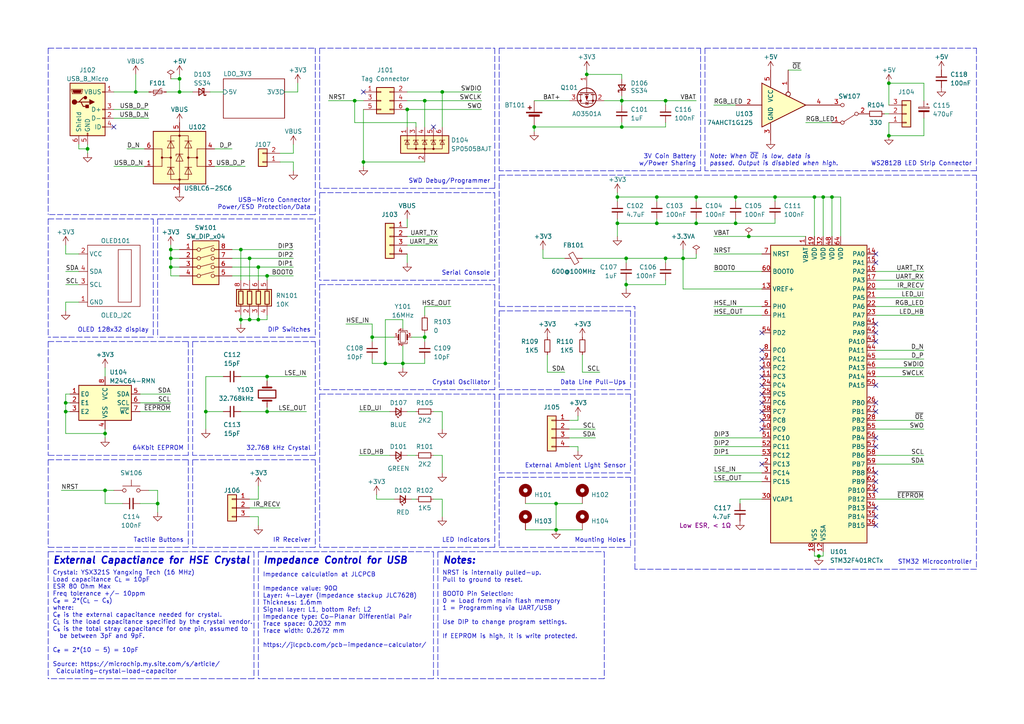
<source format=kicad_sch>
(kicad_sch (version 20230121) (generator eeschema)
  (paper "A4")
  (title_block (title "Seven Segment Display Controller") (date "2023-05-15") (rev "A") (company "Butler's Lab") (comment 1 "Design By: Joshua Butler, MD, MHI"))
  (junction (at 72.39 74.93))
  (junction (at 180.34 36.83))
  (junction (at 30.48 125.73))
  (junction (at 19.05 116.84))
  (junction (at 241.3 57.15))
  (junction (at 118.11 31.75))
  (junction (at 161.29 153.67))
  (junction (at 257.81 24.13))
  (junction (at 236.22 57.15))
  (junction (at 39.37 26.67))
  (junction (at 30.48 142.24))
  (junction (at 45.72 146.05))
  (junction (at 59.69 119.38))
  (junction (at 123.19 97.79))
  (junction (at 190.5 64.77))
  (junction (at 193.04 29.21))
  (junction (at 201.93 57.15))
  (junction (at 77.47 80.01))
  (junction (at 102.87 29.21))
  (junction (at 213.36 64.77))
  (junction (at 19.05 119.38))
  (junction (at 154.94 36.83))
  (junction (at 123.19 29.21))
  (junction (at 180.34 29.21))
  (junction (at 257.81 39.37))
  (junction (at 111.76 105.41))
  (junction (at 161.29 146.05))
  (junction (at 49.53 77.47))
  (junction (at 77.47 109.22))
  (junction (at 69.85 92.71))
  (junction (at 217.17 68.58))
  (junction (at 52.07 22.86))
  (junction (at 179.07 57.15))
  (junction (at 193.04 74.93))
  (junction (at 74.93 77.47))
  (junction (at 181.61 74.93))
  (junction (at 74.93 92.71))
  (junction (at 72.39 92.71))
  (junction (at 198.12 74.93))
  (junction (at 181.61 82.55))
  (junction (at 190.5 57.15))
  (junction (at 213.36 57.15))
  (junction (at 224.79 57.15))
  (junction (at 49.53 74.93))
  (junction (at 52.07 26.67))
  (junction (at 170.18 21.59))
  (junction (at 25.4 43.18))
  (junction (at 179.07 64.77))
  (junction (at 201.93 64.77))
  (junction (at 69.85 72.39))
  (junction (at 238.76 57.15))
  (junction (at 49.53 72.39))
  (junction (at 128.27 26.67))
  (junction (at 77.47 119.38))
  (junction (at 237.49 161.29))
  (junction (at 105.41 46.99))
  (junction (at 116.84 105.41))
  (junction (at 107.95 97.79))
  (no_connect (at 254 137.16))
  (no_connect (at 254 147.32))
  (no_connect (at 220.98 109.22))
  (no_connect (at 254 127))
  (no_connect (at 220.98 106.68))
  (no_connect (at 254 111.76))
  (no_connect (at 33.02 36.83))
  (no_connect (at 220.98 96.52))
  (no_connect (at 254 149.86))
  (no_connect (at 254 76.2))
  (no_connect (at 220.98 111.76))
  (no_connect (at 220.98 101.6))
  (no_connect (at 254 142.24))
  (no_connect (at 125.73 36.83))
  (no_connect (at 254 99.06))
  (no_connect (at 220.98 116.84))
  (no_connect (at 220.98 119.38))
  (no_connect (at 220.98 114.3))
  (no_connect (at 254 152.4))
  (no_connect (at 220.98 121.92))
  (no_connect (at 254 93.98))
  (no_connect (at 105.41 26.67))
  (no_connect (at 220.98 104.14))
  (no_connect (at 254 73.66))
  (no_connect (at 254 96.52))
  (no_connect (at 254 129.54))
  (no_connect (at 220.98 134.62))
  (no_connect (at 254 119.38))
  (no_connect (at 254 139.7))
  (no_connect (at 254 116.84))
  (no_connect (at 220.98 124.46))
  (wire (pts (xy 19.05 125.73) (xy 30.48 125.73)))
  (wire (pts (xy 72.39 149.86) (xy 74.93 149.86)))
  (wire (pts (xy 257.81 24.13) (xy 257.81 30.48)))
  (wire (pts (xy 77.47 80.01) (xy 77.47 81.28)))
  (polyline (pts (xy 175.26 196.85) (xy 127 196.85)) (stroke (width 0) (type dash)))
  (wire (pts (xy 77.47 109.22) (xy 77.47 110.49)))
  (wire (pts (xy 193.04 82.55) (xy 181.61 82.55)))
  (wire (pts (xy 116.84 100.33) (xy 116.84 105.41)))
  (wire (pts (xy 35.56 146.05) (xy 30.48 146.05)))
  (wire (pts (xy 181.61 74.93) (xy 168.91 74.93)))
  (wire (pts (xy 257.81 35.56) (xy 257.81 39.37)))
  (wire (pts (xy 109.22 144.78) (xy 109.22 143.51)))
  (wire (pts (xy 180.34 21.59) (xy 170.18 21.59)))
  (wire (pts (xy 69.85 109.22) (xy 77.47 109.22)))
  (wire (pts (xy 175.26 29.21) (xy 180.34 29.21)))
  (polyline (pts (xy 144.78 13.97) (xy 203.2 13.97)) (stroke (width 0) (type dash)))
  (wire (pts (xy 116.84 92.71) (xy 111.76 92.71)))
  (polyline (pts (xy 44.45 97.79) (xy 13.97 97.79)) (stroke (width 0) (type dash)))
  (polyline (pts (xy 144.78 138.43) (xy 182.88 138.43)) (stroke (width 0) (type dash)))
  (polyline (pts (xy 127 160.02) (xy 127 196.85)) (stroke (width 0) (type dash)))
  (wire (pts (xy 40.64 116.84) (xy 49.53 116.84)))
  (wire (pts (xy 118.11 73.66) (xy 118.11 76.2)))
  (wire (pts (xy 116.84 95.25) (xy 116.84 92.71)))
  (wire (pts (xy 49.53 71.12) (xy 49.53 72.39)))
  (wire (pts (xy 19.05 87.63) (xy 19.05 90.17)))
  (wire (pts (xy 128.27 149.86) (xy 128.27 144.78)))
  (wire (pts (xy 52.07 22.86) (xy 52.07 26.67)))
  (wire (pts (xy 201.93 74.93) (xy 198.12 74.93)))
  (wire (pts (xy 267.97 24.13) (xy 257.81 24.13)))
  (wire (pts (xy 105.41 46.99) (xy 123.19 46.99)))
  (wire (pts (xy 179.07 58.42) (xy 179.07 57.15)))
  (wire (pts (xy 190.5 57.15) (xy 190.5 58.42)))
  (wire (pts (xy 107.95 105.41) (xy 111.76 105.41)))
  (polyline (pts (xy 144.78 114.3) (xy 144.78 137.16)) (stroke (width 0) (type dash)))
  (polyline (pts (xy 91.44 158.75) (xy 55.88 158.75)) (stroke (width 0) (type dash)))
  (wire (pts (xy 181.61 81.28) (xy 181.61 82.55)))
  (wire (pts (xy 207.01 30.48) (xy 213.36 30.48)))
  (wire (pts (xy 254 104.14) (xy 267.97 104.14)))
  (polyline (pts (xy 74.93 160.02) (xy 125.73 160.02)) (stroke (width 0) (type dash)))
  (wire (pts (xy 118.11 71.12) (xy 127 71.12)))
  (polyline (pts (xy 91.44 99.06) (xy 91.44 132.08)) (stroke (width 0) (type dash)))
  (wire (pts (xy 254 78.74) (xy 267.97 78.74)))
  (wire (pts (xy 224.79 63.5) (xy 224.79 64.77)))
  (polyline (pts (xy 144.78 138.43) (xy 144.78 158.75)) (stroke (width 0) (type dash)))
  (wire (pts (xy 179.07 55.88) (xy 179.07 57.15)))
  (wire (pts (xy 213.36 64.77) (xy 213.36 63.5)))
  (wire (pts (xy 30.48 125.73) (xy 30.48 124.46)))
  (wire (pts (xy 207.01 88.9) (xy 220.98 88.9)))
  (wire (pts (xy 72.39 91.44) (xy 72.39 92.71)))
  (wire (pts (xy 19.05 119.38) (xy 20.32 119.38)))
  (wire (pts (xy 236.22 160.02) (xy 236.22 161.29)))
  (wire (pts (xy 158.75 102.87) (xy 158.75 107.95)))
  (wire (pts (xy 207.01 129.54) (xy 220.98 129.54)))
  (wire (pts (xy 128.27 119.38) (xy 125.73 119.38)))
  (wire (pts (xy 267.97 39.37) (xy 257.81 39.37)))
  (polyline (pts (xy 13.97 133.35) (xy 13.97 158.75)) (stroke (width 0) (type dash)))
  (polyline (pts (xy 204.47 13.97) (xy 204.47 49.53)) (stroke (width 0) (type dash)))
  (polyline (pts (xy 182.88 138.43) (xy 182.88 158.75)) (stroke (width 0) (type dash)))
  (wire (pts (xy 123.19 88.9) (xy 123.19 91.44)))
  (polyline (pts (xy 13.97 13.97) (xy 91.44 13.97)) (stroke (width 0) (type dash)))
  (polyline (pts (xy 92.71 82.55) (xy 92.71 113.03)) (stroke (width 0) (type dash)))
  (polyline (pts (xy 283.21 165.1) (xy 184.15 165.1)) (stroke (width 0) (type dash)))
  (wire (pts (xy 69.85 91.44) (xy 69.85 92.71)))
  (polyline (pts (xy 92.71 114.3) (xy 92.71 158.75)) (stroke (width 0) (type dash)))
  (wire (pts (xy 107.95 105.41) (xy 107.95 104.14)))
  (wire (pts (xy 118.11 63.5) (xy 118.11 66.04)))
  (wire (pts (xy 238.76 57.15) (xy 241.3 57.15)))
  (wire (pts (xy 236.22 57.15) (xy 236.22 68.58)))
  (polyline (pts (xy 74.93 160.02) (xy 74.93 196.85)) (stroke (width 0) (type dash)))
  (wire (pts (xy 17.78 142.24) (xy 30.48 142.24)))
  (wire (pts (xy 193.04 29.21) (xy 201.93 29.21)))
  (wire (pts (xy 213.36 57.15) (xy 213.36 58.42)))
  (wire (pts (xy 102.87 35.56) (xy 120.65 35.56)))
  (polyline (pts (xy 54.61 158.75) (xy 13.97 158.75)) (stroke (width 0) (type dash)))
  (wire (pts (xy 49.53 72.39) (xy 49.53 74.93)))
  (wire (pts (xy 267.97 34.29) (xy 267.97 39.37)))
  (polyline (pts (xy 13.97 13.97) (xy 13.97 62.23)) (stroke (width 0) (type dash)))
  (wire (pts (xy 158.75 107.95) (xy 163.83 107.95)))
  (wire (pts (xy 77.47 118.11) (xy 77.47 119.38)))
  (polyline (pts (xy 55.88 99.06) (xy 55.88 132.08)) (stroke (width 0) (type dash)))
  (wire (pts (xy 254 91.44) (xy 267.97 91.44)))
  (wire (pts (xy 72.39 74.93) (xy 85.09 74.93)))
  (polyline (pts (xy 13.97 160.02) (xy 73.66 160.02)) (stroke (width 0) (type dash)))
  (wire (pts (xy 201.93 57.15) (xy 201.93 58.42)))
  (polyline (pts (xy 125.73 160.02) (xy 125.73 196.85)) (stroke (width 0) (type dash)))
  (wire (pts (xy 180.34 36.83) (xy 180.34 35.56)))
  (wire (pts (xy 59.69 119.38) (xy 59.69 124.46)))
  (wire (pts (xy 52.07 26.67) (xy 55.88 26.67)))
  (polyline (pts (xy 92.71 114.3) (xy 143.51 114.3)) (stroke (width 0) (type dash)))
  (polyline (pts (xy 182.88 113.03) (xy 144.78 113.03)) (stroke (width 0) (type dash)))
  (wire (pts (xy 128.27 144.78) (xy 125.73 144.78)))
  (wire (pts (xy 104.14 132.08) (xy 113.03 132.08)))
  (polyline (pts (xy 143.51 113.03) (xy 92.71 113.03)) (stroke (width 0) (type dash)))
  (wire (pts (xy 238.76 161.29) (xy 237.49 161.29)))
  (wire (pts (xy 64.77 109.22) (xy 59.69 109.22)))
  (wire (pts (xy 267.97 124.46) (xy 254 124.46)))
  (wire (pts (xy 100.33 93.98) (xy 107.95 93.98)))
  (wire (pts (xy 74.93 77.47) (xy 85.09 77.47)))
  (wire (pts (xy 123.19 105.41) (xy 123.19 104.14)))
  (wire (pts (xy 30.48 106.68) (xy 30.48 109.22)))
  (wire (pts (xy 48.26 26.67) (xy 52.07 26.67)))
  (polyline (pts (xy 144.78 13.97) (xy 144.78 49.53)) (stroke (width 0) (type dash)))
  (wire (pts (xy 33.02 31.75) (xy 43.18 31.75)))
  (wire (pts (xy 49.53 74.93) (xy 49.53 77.47)))
  (polyline (pts (xy 182.88 137.16) (xy 144.78 137.16)) (stroke (width 0) (type dash)))
  (wire (pts (xy 120.65 35.56) (xy 120.65 36.83)))
  (wire (pts (xy 72.39 74.93) (xy 72.39 81.28)))
  (wire (pts (xy 267.97 83.82) (xy 254 83.82)))
  (polyline (pts (xy 144.78 50.8) (xy 283.21 50.8)) (stroke (width 0) (type dash)))
  (polyline (pts (xy 184.15 165.1) (xy 184.15 88.9)) (stroke (width 0) (type dash)))
  (wire (pts (xy 86.36 26.67) (xy 82.55 26.67)))
  (wire (pts (xy 118.11 26.67) (xy 128.27 26.67)))
  (wire (pts (xy 95.25 29.21) (xy 102.87 29.21)))
  (wire (pts (xy 165.1 129.54) (xy 167.64 129.54)))
  (wire (pts (xy 179.07 57.15) (xy 190.5 57.15)))
  (polyline (pts (xy 13.97 99.06) (xy 13.97 132.08)) (stroke (width 0) (type dash)))
  (wire (pts (xy 45.72 146.05) (xy 45.72 148.59)))
  (polyline (pts (xy 125.73 196.85) (xy 74.93 196.85)) (stroke (width 0) (type dash)))
  (wire (pts (xy 193.04 29.21) (xy 193.04 30.48)))
  (wire (pts (xy 81.28 46.99) (xy 85.09 46.99)))
  (polyline (pts (xy 182.88 114.3) (xy 182.88 137.16)) (stroke (width 0) (type dash)))
  (wire (pts (xy 39.37 26.67) (xy 43.18 26.67)))
  (wire (pts (xy 36.83 43.18) (xy 41.91 43.18)))
  (wire (pts (xy 33.02 34.29) (xy 43.18 34.29)))
  (wire (pts (xy 180.34 29.21) (xy 180.34 30.48)))
  (wire (pts (xy 118.11 31.75) (xy 118.11 36.83)))
  (wire (pts (xy 19.05 116.84) (xy 20.32 116.84)))
  (wire (pts (xy 40.64 119.38) (xy 49.53 119.38)))
  (wire (pts (xy 254 86.36) (xy 267.97 86.36)))
  (wire (pts (xy 49.53 77.47) (xy 52.07 77.47)))
  (wire (pts (xy 180.34 27.94) (xy 180.34 29.21)))
  (wire (pts (xy 45.72 142.24) (xy 45.72 146.05)))
  (wire (pts (xy 154.94 36.83) (xy 154.94 38.1)))
  (wire (pts (xy 180.34 22.86) (xy 180.34 21.59)))
  (wire (pts (xy 69.85 72.39) (xy 69.85 81.28)))
  (polyline (pts (xy 143.51 54.61) (xy 92.71 54.61)) (stroke (width 0) (type dash)))
  (wire (pts (xy 62.23 43.18) (xy 67.31 43.18)))
  (wire (pts (xy 161.29 153.67) (xy 168.91 153.67)))
  (polyline (pts (xy 54.61 132.08) (xy 13.97 132.08)) (stroke (width 0) (type dash)))
  (wire (pts (xy 152.4 153.67) (xy 161.29 153.67)))
  (wire (pts (xy 107.95 97.79) (xy 114.3 97.79)))
  (wire (pts (xy 123.19 99.06) (xy 123.19 97.79)))
  (wire (pts (xy 224.79 57.15) (xy 236.22 57.15)))
  (wire (pts (xy 190.5 64.77) (xy 201.93 64.77)))
  (wire (pts (xy 193.04 35.56) (xy 193.04 36.83)))
  (polyline (pts (xy 91.44 132.08) (xy 55.88 132.08)) (stroke (width 0) (type dash)))
  (wire (pts (xy 123.19 88.9) (xy 130.81 88.9)))
  (wire (pts (xy 179.07 68.58) (xy 179.07 64.77)))
  (polyline (pts (xy 143.51 114.3) (xy 143.51 158.75)) (stroke (width 0) (type dash)))
  (wire (pts (xy 214.63 144.78) (xy 214.63 146.05)))
  (polyline (pts (xy 144.78 90.17) (xy 144.78 113.03)) (stroke (width 0) (type dash)))
  (wire (pts (xy 190.5 63.5) (xy 190.5 64.77)))
  (wire (pts (xy 193.04 76.2) (xy 193.04 74.93)))
  (wire (pts (xy 180.34 29.21) (xy 193.04 29.21)))
  (wire (pts (xy 254 106.68) (xy 267.97 106.68)))
  (wire (pts (xy 254 88.9) (xy 267.97 88.9)))
  (polyline (pts (xy 91.44 62.23) (xy 13.97 62.23)) (stroke (width 0) (type dash)))
  (wire (pts (xy 257.81 33.02) (xy 256.54 33.02)))
  (wire (pts (xy 238.76 160.02) (xy 238.76 161.29)))
  (wire (pts (xy 49.53 77.47) (xy 49.53 80.01)))
  (wire (pts (xy 49.53 72.39) (xy 52.07 72.39)))
  (wire (pts (xy 201.93 64.77) (xy 213.36 64.77)))
  (polyline (pts (xy 203.2 13.97) (xy 203.2 49.53)) (stroke (width 0) (type dash)))
  (polyline (pts (xy 55.88 99.06) (xy 91.44 99.06)) (stroke (width 0) (type dash)))
  (polyline (pts (xy 73.66 196.85) (xy 13.97 196.85)) (stroke (width 0) (type dash)))
  (wire (pts (xy 161.29 146.05) (xy 161.29 153.67)))
  (wire (pts (xy 67.31 80.01) (xy 77.47 80.01)))
  (wire (pts (xy 236.22 57.15) (xy 238.76 57.15)))
  (wire (pts (xy 30.48 142.24) (xy 33.02 142.24)))
  (wire (pts (xy 39.37 21.59) (xy 39.37 26.67)))
  (wire (pts (xy 193.04 36.83) (xy 180.34 36.83)))
  (wire (pts (xy 19.05 82.55) (xy 22.86 82.55)))
  (wire (pts (xy 233.68 35.56) (xy 241.3 35.56)))
  (wire (pts (xy 267.97 29.21) (xy 267.97 24.13)))
  (wire (pts (xy 179.07 64.77) (xy 190.5 64.77)))
  (wire (pts (xy 74.93 91.44) (xy 74.93 92.71)))
  (wire (pts (xy 243.84 57.15) (xy 241.3 57.15)))
  (polyline (pts (xy 182.88 90.17) (xy 182.88 113.03)) (stroke (width 0) (type dash)))
  (wire (pts (xy 116.84 106.68) (xy 116.84 105.41)))
  (wire (pts (xy 59.69 119.38) (xy 64.77 119.38)))
  (wire (pts (xy 207.01 78.74) (xy 220.98 78.74)))
  (wire (pts (xy 167.64 121.92) (xy 167.64 120.65)))
  (wire (pts (xy 85.09 44.45) (xy 85.09 41.91)))
  (wire (pts (xy 19.05 119.38) (xy 19.05 125.73)))
  (wire (pts (xy 267.97 144.78) (xy 254 144.78)))
  (wire (pts (xy 165.1 127) (xy 172.72 127)))
  (wire (pts (xy 22.86 87.63) (xy 19.05 87.63)))
  (polyline (pts (xy 91.44 97.79) (xy 45.72 97.79)) (stroke (width 0) (type dash)))
  (polyline (pts (xy 73.66 160.02) (xy 73.66 196.85)) (stroke (width 0) (type dash)))
  (polyline (pts (xy 127 160.02) (xy 175.26 160.02)) (stroke (width 0) (type dash)))
  (wire (pts (xy 168.91 107.95) (xy 173.99 107.95)))
  (wire (pts (xy 165.1 121.92) (xy 167.64 121.92)))
  (wire (pts (xy 254 134.62) (xy 267.97 134.62)))
  (wire (pts (xy 59.69 109.22) (xy 59.69 119.38)))
  (wire (pts (xy 243.84 68.58) (xy 243.84 57.15)))
  (wire (pts (xy 72.39 144.78) (xy 74.93 144.78)))
  (wire (pts (xy 52.07 21.59) (xy 52.07 22.86)))
  (wire (pts (xy 128.27 26.67) (xy 139.7 26.67)))
  (wire (pts (xy 77.47 92.71) (xy 74.93 92.71)))
  (wire (pts (xy 74.93 144.78) (xy 74.93 140.97)))
  (wire (pts (xy 118.11 68.58) (xy 127 68.58)))
  (wire (pts (xy 40.64 146.05) (xy 45.72 146.05)))
  (wire (pts (xy 25.4 41.91) (xy 25.4 43.18)))
  (polyline (pts (xy 283.21 49.53) (xy 204.47 49.53)) (stroke (width 0) (type dash)))
  (wire (pts (xy 190.5 57.15) (xy 201.93 57.15)))
  (wire (pts (xy 267.97 121.92) (xy 254 121.92)))
  (wire (pts (xy 254 101.6) (xy 267.97 101.6)))
  (wire (pts (xy 236.22 161.29) (xy 237.49 161.29)))
  (polyline (pts (xy 13.97 133.35) (xy 54.61 133.35)) (stroke (width 0) (type dash)))
  (wire (pts (xy 224.79 64.77) (xy 213.36 64.77)))
  (wire (pts (xy 119.38 97.79) (xy 123.19 97.79)))
  (wire (pts (xy 85.09 46.99) (xy 85.09 49.53)))
  (polyline (pts (xy 144.78 114.3) (xy 182.88 114.3)) (stroke (width 0) (type dash)))
  (wire (pts (xy 128.27 124.46) (xy 128.27 119.38)))
  (polyline (pts (xy 54.61 133.35) (xy 54.61 158.75)) (stroke (width 0) (type dash)))
  (wire (pts (xy 118.11 132.08) (xy 120.65 132.08)))
  (wire (pts (xy 22.86 41.91) (xy 22.86 43.18)))
  (wire (pts (xy 33.02 48.26) (xy 41.91 48.26)))
  (wire (pts (xy 19.05 73.66) (xy 19.05 71.12)))
  (wire (pts (xy 165.1 124.46) (xy 172.72 124.46)))
  (wire (pts (xy 30.48 125.73) (xy 30.48 127)))
  (wire (pts (xy 123.19 96.52) (xy 123.19 97.79)))
  (wire (pts (xy 118.11 119.38) (xy 120.65 119.38)))
  (wire (pts (xy 238.76 57.15) (xy 238.76 68.58)))
  (wire (pts (xy 201.93 57.15) (xy 213.36 57.15)))
  (wire (pts (xy 254 109.22) (xy 267.97 109.22)))
  (polyline (pts (xy 13.97 160.02) (xy 13.97 196.85)) (stroke (width 0) (type dash)))
  (polyline (pts (xy 143.51 81.28) (xy 92.71 81.28)) (stroke (width 0) (type dash)))
  (wire (pts (xy 241.3 57.15) (xy 241.3 68.58)))
  (polyline (pts (xy 92.71 13.97) (xy 143.51 13.97)) (stroke (width 0) (type dash)))
  (wire (pts (xy 40.64 114.3) (xy 49.53 114.3)))
  (wire (pts (xy 118.11 29.21) (xy 123.19 29.21)))
  (polyline (pts (xy 143.51 158.75) (xy 92.71 158.75)) (stroke (width 0) (type dash)))
  (polyline (pts (xy 44.45 63.5) (xy 44.45 97.79)) (stroke (width 0) (type dash)))
  (wire (pts (xy 74.93 92.71) (xy 72.39 92.71)))
  (polyline (pts (xy 45.72 63.5) (xy 45.72 97.79)) (stroke (width 0) (type dash)))
  (polyline (pts (xy 182.88 158.75) (xy 144.78 158.75)) (stroke (width 0) (type dash)))
  (wire (pts (xy 69.85 72.39) (xy 85.09 72.39)))
  (wire (pts (xy 72.39 147.32) (xy 81.28 147.32)))
  (wire (pts (xy 207.01 68.58) (xy 217.17 68.58)))
  (wire (pts (xy 22.86 73.66) (xy 19.05 73.66)))
  (wire (pts (xy 207.01 137.16) (xy 220.98 137.16)))
  (wire (pts (xy 220.98 144.78) (xy 214.63 144.78)))
  (wire (pts (xy 157.48 74.93) (xy 163.83 74.93)))
  (wire (pts (xy 77.47 91.44) (xy 77.47 92.71)))
  (wire (pts (xy 118.11 31.75) (xy 139.7 31.75)))
  (wire (pts (xy 207.01 127) (xy 220.98 127)))
  (wire (pts (xy 81.28 44.45) (xy 85.09 44.45)))
  (polyline (pts (xy 91.44 133.35) (xy 91.44 158.75)) (stroke (width 0) (type dash)))
  (polyline (pts (xy 283.21 13.97) (xy 283.21 49.53)) (stroke (width 0) (type dash)))
  (wire (pts (xy 207.01 91.44) (xy 220.98 91.44)))
  (wire (pts (xy 67.31 77.47) (xy 74.93 77.47)))
  (polyline (pts (xy 143.51 82.55) (xy 143.51 113.03)) (stroke (width 0) (type dash)))
  (wire (pts (xy 74.93 149.86) (xy 74.93 152.4)))
  (wire (pts (xy 60.96 26.67) (xy 64.77 26.67)))
  (wire (pts (xy 69.85 93.98) (xy 69.85 92.71)))
  (wire (pts (xy 213.36 57.15) (xy 224.79 57.15)))
  (wire (pts (xy 128.27 26.67) (xy 128.27 36.83)))
  (polyline (pts (xy 144.78 90.17) (xy 182.88 90.17)) (stroke (width 0) (type dash)))
  (wire (pts (xy 198.12 83.82) (xy 198.12 74.93)))
  (wire (pts (xy 19.05 114.3) (xy 19.05 116.84)))
  (wire (pts (xy 25.4 43.18) (xy 25.4 44.45)))
  (wire (pts (xy 128.27 137.16) (xy 128.27 132.08)))
  (wire (pts (xy 123.19 29.21) (xy 139.7 29.21)))
  (polyline (pts (xy 55.88 133.35) (xy 91.44 133.35)) (stroke (width 0) (type dash)))
  (polyline (pts (xy 144.78 50.8) (xy 144.78 88.9)) (stroke (width 0) (type dash)))
  (wire (pts (xy 77.47 80.01) (xy 85.09 80.01)))
  (wire (pts (xy 86.36 24.13) (xy 86.36 26.67)))
  (wire (pts (xy 19.05 78.74) (xy 22.86 78.74)))
  (polyline (pts (xy 54.61 99.06) (xy 54.61 132.08)) (stroke (width 0) (type dash)))
  (wire (pts (xy 119.38 144.78) (xy 120.65 144.78)))
  (polyline (pts (xy 175.26 160.02) (xy 175.26 196.85)) (stroke (width 0) (type dash)))
  (wire (pts (xy 198.12 72.39) (xy 198.12 74.93)))
  (wire (pts (xy 107.95 93.98) (xy 107.95 97.79)))
  (polyline (pts (xy 45.72 63.5) (xy 91.44 63.5)) (stroke (width 0) (type dash)))
  (wire (pts (xy 181.61 76.2) (xy 181.61 74.93)))
  (polyline (pts (xy 283.21 50.8) (xy 283.21 165.1)) (stroke (width 0) (type dash)))
  (wire (pts (xy 19.05 116.84) (xy 19.05 119.38)))
  (wire (pts (xy 193.04 81.28) (xy 193.04 82.55)))
  (wire (pts (xy 167.64 129.54) (xy 167.64 130.81)))
  (wire (pts (xy 152.4 146.05) (xy 161.29 146.05)))
  (polyline (pts (xy 92.71 55.88) (xy 92.71 81.28)) (stroke (width 0) (type dash)))
  (wire (pts (xy 43.18 142.24) (xy 45.72 142.24)))
  (wire (pts (xy 220.98 83.82) (xy 198.12 83.82)))
  (wire (pts (xy 74.93 77.47) (xy 74.93 81.28)))
  (wire (pts (xy 49.53 22.86) (xy 52.07 22.86)))
  (wire (pts (xy 254 132.08) (xy 267.97 132.08)))
  (wire (pts (xy 154.94 36.83) (xy 180.34 36.83)))
  (polyline (pts (xy 92.71 55.88) (xy 143.51 55.88)) (stroke (width 0) (type dash)))
  (wire (pts (xy 72.39 92.71) (xy 69.85 92.71)))
  (wire (pts (xy 109.22 144.78) (xy 114.3 144.78)))
  (wire (pts (xy 154.94 29.21) (xy 165.1 29.21)))
  (wire (pts (xy 217.17 68.58) (xy 233.68 68.58)))
  (polyline (pts (xy 143.51 55.88) (xy 143.51 81.28)) (stroke (width 0) (type dash)))
  (wire (pts (xy 207.01 132.08) (xy 220.98 132.08)))
  (wire (pts (xy 170.18 20.32) (xy 170.18 21.59)))
  (polyline (pts (xy 55.88 133.35) (xy 55.88 158.75)) (stroke (width 0) (type dash)))
  (polyline (pts (xy 203.2 49.53) (xy 144.78 49.53)) (stroke (width 0) (type dash)))
  (wire (pts (xy 201.93 74.93) (xy 201.93 73.66)))
  (wire (pts (xy 157.48 72.39) (xy 157.48 74.93)))
  (wire (pts (xy 69.85 119.38) (xy 77.47 119.38)))
  (wire (pts (xy 102.87 35.56) (xy 102.87 29.21)))
  (wire (pts (xy 22.86 43.18) (xy 25.4 43.18)))
  (polyline (pts (xy 91.44 13.97) (xy 91.44 62.23)) (stroke (width 0) (type dash)))
  (wire (pts (xy 179.07 63.5) (xy 179.07 64.77)))
  (wire (pts (xy 111.76 105.41) (xy 116.84 105.41)))
  (wire (pts (xy 207.01 139.7) (xy 220.98 139.7)))
  (wire (pts (xy 33.02 26.67) (xy 39.37 26.67)))
  (polyline (pts (xy 92.71 82.55) (xy 143.51 82.55)) (stroke (width 0) (type dash)))
  (polyline (pts (xy 143.51 13.97) (xy 143.51 54.61)) (stroke (width 0) (type dash)))
  (wire (pts (xy 104.14 119.38) (xy 113.03 119.38)))
  (wire (pts (xy 168.91 102.87) (xy 168.91 107.95)))
  (wire (pts (xy 67.31 72.39) (xy 69.85 72.39)))
  (wire (pts (xy 77.47 109.22) (xy 88.9 109.22)))
  (polyline (pts (xy 13.97 63.5) (xy 44.45 63.5)) (stroke (width 0) (type dash)))
  (wire (pts (xy 201.93 64.77) (xy 201.93 63.5)))
  (polyline (pts (xy 204.47 13.97) (xy 283.21 13.97)) (stroke (width 0) (type dash)))
  (wire (pts (xy 128.27 132.08) (xy 125.73 132.08)))
  (polyline (pts (xy 13.97 63.5) (xy 13.97 97.79)) (stroke (width 0) (type dash)))
  (polyline (pts (xy 13.97 99.06) (xy 54.61 99.06)) (stroke (width 0) (type dash)))
  (wire (pts (xy 254 81.28) (xy 267.97 81.28)))
  (wire (pts (xy 193.04 74.93) (xy 181.61 74.93)))
  (wire (pts (xy 77.47 119.38) (xy 88.9 119.38)))
  (wire (pts (xy 181.61 82.55) (xy 181.61 83.82)))
  (wire (pts (xy 105.41 31.75) (xy 105.41 46.99)))
  (wire (pts (xy 116.84 105.41) (xy 123.19 105.41)))
  (wire (pts (xy 123.19 29.21) (xy 123.19 36.83)))
  (wire (pts (xy 105.41 46.99) (xy 105.41 48.26)))
  (wire (pts (xy 107.95 99.06) (xy 107.95 97.79)))
  (wire (pts (xy 161.29 146.05) (xy 168.91 146.05)))
  (wire (pts (xy 49.53 74.93) (xy 52.07 74.93)))
  (polyline (pts (xy 91.44 63.5) (xy 91.44 97.79)) (stroke (width 0) (type dash)))
  (wire (pts (xy 111.76 92.71) (xy 111.76 105.41)))
  (wire (pts (xy 67.31 74.93) (xy 72.39 74.93)))
  (wire (pts (xy 198.12 74.93) (xy 193.04 74.93)))
  (wire (pts (xy 228.6 20.32) (xy 232.41 20.32)))
  (wire (pts (xy 102.87 29.21) (xy 105.41 29.21)))
  (wire (pts (xy 19.05 114.3) (xy 20.32 114.3)))
  (wire (pts (xy 30.48 146.05) (xy 30.48 142.24)))
  (wire (pts (xy 71.12 48.26) (xy 62.23 48.26)))
  (polyline (pts (xy 92.71 13.97) (xy 92.71 54.61)) (stroke (width 0) (type dash)))
  (wire (pts (xy 49.53 80.01) (xy 52.07 80.01)))
  (wire (pts (xy 207.01 73.66) (xy 220.98 73.66)))
  (wire (pts (xy 224.79 57.15) (xy 224.79 58.42)))
  (polyline (pts (xy 144.78 88.9) (xy 184.15 88.9)) (stroke (width 0) (type dash)))
  (text "64Kbit EEPROM" (at 53.34 130.81 0) (effects (font (size 1.27 1.27)) (justify right bottom)))
  (text "32.768 kHz Crystal" (at 90.17 130.81 0) (effects (font (size 1.27 1.27)) (justify right bottom)))
  (text "Impedance Control for USB" (at 76.2 163.83 0) (effects (font (size 2 2) (thickness 0.4) bold italic) (justify left bottom)))
  (text "STM32 Microcontroller" (at 281.94 163.83 0) (effects (font (size 1.27 1.27)) (justify right bottom)))
  (text "3V Coin Battery\nw/Power Sharing" (at 201.93 48.26 0) (effects (font (size 1.27 1.27)) (justify right bottom)))
  (text "External Capactiance for HSE Crystal" (at 15.24 163.83 0) (effects (font (size 2 2) (thickness 0.4) bold italic) (justify left bottom)))
  (text "SWD Debug/Programmer" (at 142.24 53.34 0) (effects (font (size 1.27 1.27)) (justify right bottom)))
  (text "NRST is internally pulled-up.\nPull to ground to reset.\n\nBOOT0 Pin Selection:\n0 = Load from main flash memory\n1 = Programming via UART/USB\n\nUse DIP to change program settings.\n\nIf EEPROM is high, it is write protected." (at 128.27 185.42 0) (effects (font (size 1.27 1.27)) (justify left bottom)))
  (text "External Ambient Light Sensor" (at 181.61 135.89 0) (effects (font (size 1.27 1.27)) (justify right bottom)))
  (text "Crystal Oscillator" (at 142.24 111.76 0) (effects (font (size 1.27 1.27)) (justify right bottom)))
  (text "USB-Micro Connector\nPower/ESD Protection/Data" (at 90.17 60.96 0) (effects (font (size 1.27 1.27)) (justify right bottom)))
  (text "Notes:" (at 128.27 163.83 0) (effects (font (size 2 2) (thickness 0.4) bold italic) (justify left bottom)))
  (text "Note: When ~{OE} is low, data is\npassed. Output is disabled when high." (at 205.74 48.26 0) (effects (font (size 1.27 1.27) italic) (justify left bottom)))
  (text "DIP Switches" (at 90.17 96.52 0) (effects (font (size 1.27 1.27)) (justify right bottom)))
  (text "IR Receiver" (at 90.17 157.48 0) (effects (font (size 1.27 1.27)) (justify right bottom)))
  (text "Mounting Holes" (at 181.61 157.48 0) (effects (font (size 1.27 1.27)) (justify right bottom)))
  (text "LED Indicators" (at 142.24 157.48 0) (effects (font (size 1.27 1.27)) (justify right bottom)))
  (text "OLED 128x32 display" (at 43.18 96.52 0) (effects (font (size 1.27 1.27)) (justify right bottom)))
  (text "WS2812B LED Strip Connector" (at 281.94 48.26 0) (effects (font (size 1.27 1.27)) (justify right bottom)))
  (text "Serial Console" (at 142.24 80.01 0) (effects (font (size 1.27 1.27)) (justify right bottom)))
  (text "Impedance calculation at JLCPCB\n\nImpedance value: 90Ω\nLayer: 4-Layer (Impedance stackup JLC7628)\nThickness: 1.6mm\nSignal layer: L1, bottom Ref: L2\nImpedance type: Co-Planar Differential Pair\nTrace space: 0.2032 mm\nTrace width: 0.2672 mm\n\nhttps://jlcpcb.com/pcb-impedance-calculator/" (at 76.2 187.96 0) (effects (font (size 1.27 1.27)) (justify left bottom)))
  (text "Data Line Pull-Ups" (at 181.61 111.76 0) (effects (font (size 1.27 1.27)) (justify right bottom)))
  (text "Tactile Buttons" (at 53.34 157.48 0) (effects (font (size 1.27 1.27)) (justify right bottom)))
  (text "Crystal: YSX321S Yangxing Tech (16 MHz)\nLoad capacitance C_{L} = 10pF\nESR 80 Ohm Max\nFreq tolerance +/- 10ppm\nC_{e} = 2*(C_{L} - C_{s})\nwhere:\nC_{e} is the external capacitance needed for crystal.\nC_{L} is the load capacitance specified by the crystal vendor.\nC_{s} is the total stray capacitance for one pin, assumed to\n  be between 3pF and 9pF.\n\nC_{e} = 2*(10 - 5) = 10pF\n\nSource: https://microchip.my.site.com/s/article/\n Calculating-crystal-load-capacitor" (at 15.24 195.58 0) (effects (font (size 1.27 1.27)) (justify left bottom)))
  (label "BOOT0" (at 207.01 78.74 0))
  (label "SWO" (at 267.97 124.46 180))
  (label "SWDIO" (at 139.7 26.67 180))
  (label "SCL" (at 19.05 82.55 0))
  (label "NRST" (at 17.78 142.24 0))
  (label "IR_RECV" (at 81.28 147.32 180))
  (label "SDA" (at 267.97 134.62 180))
  (label "DIP2" (at 85.09 74.93 180))
  (label "LSE_OUT" (at 88.9 119.38 180))
  (label "DIP1" (at 85.09 77.47 180))
  (label "DIP3" (at 85.09 72.39 180))
  (label "HSE_OUT" (at 130.81 88.9 180))
  (label "LSE_IN" (at 207.01 137.16 0))
  (label "USB_D_P" (at 43.18 31.75 180))
  (label "LSE_IN" (at 88.9 109.22 180))
  (label "~{EEPROM}" (at 267.97 144.78 180))
  (label "LSE_OUT" (at 207.01 139.7 0))
  (label "RGB_LED" (at 267.97 88.9 180))
  (label "USB_D_N" (at 33.02 48.26 0))
  (label "SWCLK" (at 267.97 109.22 180))
  (label "LED_UI" (at 104.14 119.38 0))
  (label "BAT+" (at 162.56 29.21 180))
  (label "HSE_IN" (at 100.33 93.98 0))
  (label "SCL" (at 267.97 132.08 180))
  (label "SCL" (at 173.99 107.95 180))
  (label "SDA" (at 49.53 114.3 180))
  (label "LED_HB" (at 104.14 132.08 0))
  (label "NRST" (at 207.01 73.66 0))
  (label "VBAT" (at 201.93 29.21 180))
  (label "DIP1" (at 207.01 132.08 0))
  (label "D_N" (at 36.83 43.18 0))
  (label "SWCLK" (at 139.7 29.21 180))
  (label "BOOT0" (at 85.09 80.01 180))
  (label "SDA" (at 172.72 127 180))
  (label "NRST" (at 95.25 29.21 0))
  (label "SDA" (at 19.05 78.74 0))
  (label "LED_HB" (at 267.97 91.44 180))
  (label "UART_TX" (at 267.97 78.74 180))
  (label "RGB_LED" (at 233.68 35.56 0))
  (label "IR_RECV" (at 267.97 83.82 180))
  (label "D_P" (at 67.31 43.18 180))
  (label "DIP3" (at 207.01 127 0))
  (label "~{EEPROM}" (at 49.53 119.38 180))
  (label "UART_TX" (at 127 68.58 180))
  (label "USB_D_N" (at 43.18 34.29 180))
  (label "USB_D_P" (at 71.12 48.26 180))
  (label "D_P" (at 267.97 104.14 180))
  (label "SWO" (at 139.7 31.75 180))
  (label "UART_RX" (at 127 71.12 180))
  (label "SDA" (at 163.83 107.95 180))
  (label "HSE_IN" (at 207.01 88.9 0))
  (label "~{OE}" (at 267.97 121.92 180))
  (label "SCL" (at 49.53 116.84 180))
  (label "SWDIO" (at 267.97 106.68 180))
  (label "SCL" (at 172.72 124.46 180))
  (label "~{OE}" (at 232.41 20.32 180))
  (label "UART_RX" (at 267.97 81.28 180))
  (label "DIP2" (at 207.01 129.54 0))
  (label "HSE_OUT" (at 207.01 91.44 0))
  (label "VBAT" (at 207.01 68.58 0))
  (label "LED_UI" (at 267.97 86.36 180))
  (label "D_N" (at 267.97 101.6 180))
  (label "RGB_LED" (at 207.01 30.48 0))
  (symbol (lib_id "power:+3V3") (at 49.53 71.12 0) (unit 1)
    (property "Reference" "#PWR0115" (effects hide))
    (property "Value" "+3V3" (at 49.53 67.31 0))
  )
  (symbol (lib_id "Connector:USB_B_Micro") (at 25.4 31.75 0) (unit 1)
    (property "Reference" "J102" (at 25.4 20.32 0))
    (property "Value" "USB_B_Micro" (at 25.4 22.86 0))
    (property "Footprint" "Connector_USB:USB_Micro-B_Molex-105017-0001" (effects hide))
    (property "LCSC" "C136000" (effects hide))
  )
  (symbol (lib_id "Switch:SW_DIP_x04") (at 59.69 77.47 0) (unit 1)
    (property "Reference" "SW101" (at 59.69 66.04 0))
    (property "Value" "SW_DIP_x04" (at 59.69 68.58 0))
    (property "Footprint" "User_Footprint:SMDIP-8_W6.6mm" (effects hide))
    (property "LCSC" "C40736" (effects hide))
  )
  (symbol (lib_id "power:GND") (at 237.49 161.29 0) (unit 1)
    (property "Reference" "#PWR0128" (effects hide))
    (property "Value" "GND" (effects hide))
  )
  (symbol (lib_id "power:GND") (at 105.41 48.26 0) (unit 1)
    (property "Reference" "#PWR0111" (effects hide))
    (property "Value" "GND" (effects hide))
  )
  (symbol (lib_id "Device:R_Small") (at 123.19 144.78 90) (unit 1)
    (property "Reference" "R102" (at 123.19 142.24 90))
    (property "Value" "1K5" (at 123.19 147.32 90))
    (property "Footprint" "Resistor_SMD:R_0603_1608Metric" (effects hide))
    (property "LCSC" "C22843" (effects hide))
  )
  (symbol (lib_id "Device:Crystal_GND24_Small") (at 116.84 97.79 0) (unit 1)
    (property "Reference" "Y101" (at 116.84 88.9 0))
    (property "Value" "16MHz" (at 116.84 91.44 0))
    (property "Footprint" "Crystal:Crystal_SMD_3225-4Pin_3.2x2.5mm" (effects hide))
    (property "Datasheet" "https://datasheet.lcsc.com/lcsc/2103291133_Yangxing-Tech-X322516MLB4SI_C13738.pdf" (effects hide))
    (property "LCSC" "C13738" (effects hide))
  )
  (symbol (lib_id "Device:R_Small") (at 158.75 100.33 0) (mirror x) (unit 1)
    (property "Reference" "R109" (at 156.21 99.06 0) (effects (justify right)))
    (property "Value" "1K5" (at 156.21 101.6 0) (effects (justify right)))
    (property "Footprint" "Resistor_SMD:R_0603_1608Metric" (effects hide))
    (property "LCSC" "C22843" (effects hide))
  )
  (symbol (lib_id "Device:C_Small") (at 224.79 60.96 0) (unit 1)
    (property "Reference" "C111" (at 227.33 59.69 0) (effects (justify left)))
    (property "Value" "100nF" (at 227.33 62.23 0) (effects (justify left)))
    (property "Footprint" "Capacitor_SMD:C_0603_1608Metric" (effects hide))
    (property "LCSC" "C14663" (effects hide))
  )
  (symbol (lib_id "Switch:SW_Push") (at 38.1 142.24 0) (unit 1)
    (property "Reference" "SW106" (at 38.1 137.16 0))
    (property "Value" "SW_Push" (effects hide))
    (property "Footprint" "User_Footprint:XKB-Connectivity-TS-1187A-B-A-B" (effects hide))
    (property "LCSC" "C318884" (effects hide))
  )
  (symbol (lib_id "power:VBUS") (at 39.37 21.59 0) (unit 1)
    (property "Reference" "#PWR0101" (effects hide))
    (property "Value" "VBUS" (at 39.37 17.78 0))
  )
  (symbol (lib_id "Device:C_Small") (at 193.04 33.02 0) (unit 1)
    (property "Reference" "C116" (at 195.58 31.75 0) (effects (justify left)))
    (property "Value" "100nF" (at 195.58 34.29 0) (effects (justify left)))
    (property "Footprint" "Capacitor_SMD:C_0603_1608Metric" (effects hide))
    (property "LCSC" "C14663" (effects hide))
  )
  (symbol (lib_id "power:+3V3") (at 179.07 55.88 0) (unit 1)
    (property "Reference" "#PWR0112" (effects hide))
    (property "Value" "+3V3" (at 179.07 52.07 0))
  )
  (symbol (lib_id "power:VBUS") (at 85.09 41.91 0) (unit 1)
    (property "Reference" "#PWR0137" (effects hide))
    (property "Value" "VBUS" (at 85.09 38.1 0))
  )
  (symbol (lib_id "power:+3.3VA") (at 198.12 72.39 0) (mirror y) (unit 1)
    (property "Reference" "#PWR0113" (effects hide))
    (property "Value" "+3.3VA" (at 198.12 68.58 0))
  )
  (symbol (lib_id "power:GND") (at 116.84 106.68 0) (unit 1)
    (property "Reference" "#PWR0121" (effects hide))
    (property "Value" "GND" (effects hide))
  )
  (symbol (lib_id "Device:C_Small") (at 201.93 60.96 0) (unit 1)
    (property "Reference" "C104" (at 204.47 59.69 0) (effects (justify left)))
    (property "Value" "100nF" (at 204.47 62.23 0) (effects (justify left)))
    (property "Footprint" "Capacitor_SMD:C_0603_1608Metric" (effects hide))
    (property "LCSC" "C14663" (effects hide))
  )
  (symbol (lib_id "power:GND") (at 19.05 90.17 0) (unit 1)
    (property "Reference" "#PWR0126" (effects hide))
    (property "Value" "GND" (effects hide))
  )
  (symbol (lib_id "power:+3V3") (at 86.36 24.13 0) (unit 1)
    (property "Reference" "#PWR0105" (effects hide))
    (property "Value" "+3V3" (at 86.36 20.32 0))
  )
  (symbol (lib_id "power:+3V3") (at 30.48 106.68 0) (unit 1)
    (property "Reference" "#PWR0145" (effects hide))
    (property "Value" "+3V3" (at 30.48 102.87 0))
  )
  (symbol (lib_id "Device:R_Small") (at 123.19 119.38 90) (unit 1)
    (property "Reference" "R105" (at 123.19 116.84 90))
    (property "Value" "2K2" (at 123.19 121.92 90))
    (property "Footprint" "Resistor_SMD:R_0603_1608Metric" (effects hide))
    (property "LCSC" "C4190" (effects hide))
  )
  (symbol (lib_id "Device:Battery_Cell") (at 154.94 34.29 0) (mirror y) (unit 1)
    (property "Reference" "BT101" (at 152.4 30.48 0) (effects (justify left)))
    (property "Value" "Battery_Cell" (effects hide))
    (property "Footprint" "User_Footprint:BatteryHolder_CR1220" (effects hide))
    (property "LCSC" "C70381" (effects hide))
  )
  (symbol (lib_id "Device:C_Small") (at 193.04 78.74 0) (mirror y) (unit 1)
    (property "Reference" "C106" (at 190.5 77.47 0) (effects (justify left)))
    (property "Value" "100nF" (at 190.5 80.01 0) (effects (justify left)))
    (property "Footprint" "Capacitor_SMD:C_0603_1608Metric" (effects hide))
    (property "LCSC" "C14663" (effects hide))
  )
  (symbol (lib_id "power:+3V3") (at 74.93 140.97 0) (unit 1)
    (property "Reference" "#PWR0122" (effects hide))
    (property "Value" "+3V3" (at 74.93 137.16 0))
  )
  (symbol (lib_id "power:PWR_FLAG") (at 217.17 68.58 0) (unit 1)
    (property "Reference" "#FLG0102" (effects hide))
    (property "Value" "PWR_FLAG" (effects hide))
  )
  (symbol (lib_id "Device:Crystal") (at 77.47 114.3 270) (mirror x) (unit 1)
    (property "Reference" "Y103" (at 73.66 113.03 90) (effects (justify right)))
    (property "Value" "32.768kHz" (at 73.66 115.57 90) (effects (justify right)))
    (property "Footprint" "Crystal:Crystal_SMD_3215-2Pin_3.2x1.5mm" (effects hide))
    (property "LCSC" "C32346" (effects hide))
  )
  (symbol (lib_id "power:GND") (at 118.11 76.2 0) (unit 1)
    (property "Reference" "#PWR0119" (effects hide))
    (property "Value" "GND" (effects hide))
  )
  (symbol (lib_id "Device:D_Schottky_Small") (at 58.42 26.67 180) (unit 1)
    (property "Reference" "D103" (at 58.674 21.59 0))
    (property "Value" "SS34" (at 58.674 24.13 0))
    (property "Footprint" "Diode_SMD:D_SMA" (effects hide))
    (property "Datasheet" "https://datasheet.lcsc.com/lcsc/2303141100_MDD-Microdiode-Electronics--SS34_C8678.pdf" (effects hide))
    (property "LCSC" "C8678" (effects hide))
  )
  (symbol (lib_id "Device:LED_Small") (at 116.84 144.78 180) (unit 1)
    (property "Reference" "D102" (at 116.84 142.24 0))
    (property "Value" "RED" (at 116.84 148.59 0))
    (property "Footprint" "LED_SMD:LED_0603_1608Metric" (effects hide))
    (property "LCSC" "C2286" (effects hide))
  )
  (symbol (lib_id "power:GND") (at 45.72 148.59 0) (unit 1)
    (property "Reference" "#PWR0129" (effects hide))
    (property "Value" "GND" (effects hide))
  )
  (symbol (lib_id "Power_Protection:USBLC6-2SC6") (at 52.07 45.72 0) (unit 1)
    (property "Reference" "U102" (at 54.61 36.83 0) (effects (justify left)))
    (property "Value" "USBLC6-2SC6" (at 53.34 54.61 0) (effects (justify left)))
    (property "Footprint" "Package_TO_SOT_SMD:SOT-23-6" (effects hide))
    (property "Datasheet" "https://www.st.com/resource/en/datasheet/usblc6-2.pdf" (effects hide))
    (property "LCSC" "C5261088" (effects hide))
  )
  (symbol (lib_id "Device:Polyfuse_Small") (at 45.72 26.67 90) (unit 1)
    (property "Reference" "F101" (at 45.72 24.13 90))
    (property "Value" "Polyfuse_Small" (effects hide))
    (property "Footprint" "Fuse:Fuse_1206_3216Metric" (effects hide))
    (property "LCSC" "C883131" (effects hide))
  )
  (symbol (lib_id "power:VBUS") (at 52.07 35.56 0) (unit 1)
    (property "Reference" "#PWR0110" (effects hide))
    (property "Value" "VBUS" (at 52.07 31.75 0))
  )
  (symbol (lib_id "Connector_Generic:Conn_01x02") (at 76.2 46.99 180) (unit 1) (in_bom no)
    (property "Reference" "J107" (at 76.2 41.91 0))
    (property "Value" "Conn_01x02" (effects hide))
    (property "Footprint" "Connector_JST:JST_PH_B2B-PH-K_1x02_P2.00mm_Vertical" (effects hide))
  )
  (symbol (lib_id "Device:C_Polarized_Small") (at 267.97 31.75 0) (mirror y) (unit 1)
    (property "Reference" "C115" (at 270.51 30.5689 0) (effects (justify right)))
    (property "Value" "470uF" (at 270.51 33.1089 0) (effects (justify right)))
    (property "Footprint" "Capacitor_SMD:CP_Elec_6.3x7.7" (effects hide))
    (property "LCSC" "C335982" (effects hide))
  )
  (symbol (lib_id "power:VBUS") (at 118.11 63.5 0) (unit 1)
    (property "Reference" "#PWR0116" (effects hide))
    (property "Value" "VBUS" (at 118.11 59.69 0))
  )
  (symbol (lib_id "power:GND") (at 257.81 39.37 0) (mirror y) (unit 1)
    (property "Reference" "#PWR0127" (effects hide))
    (property "Value" "GND" (effects hide))
  )
  (symbol (lib_id "74xGxx:74AHCT1G125") (at 228.6 30.48 0) (unit 1)
    (property "Reference" "U103" (at 218.44 33.02 0) (effects (justify right)))
    (property "Value" "74AHCT1G125" (at 218.44 35.56 0) (effects (justify right)))
    (property "Footprint" "Package_TO_SOT_SMD:SOT-23-5" (effects hide))
    (property "Datasheet" "http://www.ti.com/lit/sg/scyt129e/scyt129e.pdf" (effects hide))
    (property "LCSC" "C7484" (effects hide))
  )
  (symbol (lib_id "Device:C_Small") (at 123.19 101.6 0) (unit 1)
    (property "Reference" "C109" (at 125.73 100.9713 0) (effects (justify left)))
    (property "Value" "10pF" (at 125.73 103.5113 0) (effects (justify left)))
    (property "Footprint" "Capacitor_SMD:C_0603_1608Metric" (effects hide))
    (property "LCSC" "C1634" (effects hide))
  )
  (symbol (lib_id "Device:FerriteBead_Small") (at 166.37 74.93 270) (mirror x) (unit 1)
    (property "Reference" "FB101" (at 166.37 71.12 90))
    (property "Value" "600@100MHz" (at 166.37 78.74 90))
    (property "Footprint" "Inductor_SMD:L_0805_2012Metric_Pad1.15x1.40mm_HandSolder" (effects hide))
    (property "LCSC" "C1017" (effects hide))
  )
  (symbol (lib_id "Device:C_Small") (at 181.61 78.74 0) (mirror y) (unit 1)
    (property "Reference" "C107" (at 179.07 77.47 0) (effects (justify left)))
    (property "Value" "1uF" (at 179.07 80.01 0) (effects (justify left)))
    (property "Footprint" "Capacitor_SMD:C_0603_1608Metric" (effects hide))
    (property "LCSC" "C15849" (effects hide))
  )
  (symbol (lib_id "Device:R_Small") (at 168.91 100.33 0) (mirror x) (unit 1)
    (property "Reference" "R110" (at 166.37 99.06 0) (effects (justify right)))
    (property "Value" "1K5" (at 166.37 101.6 0) (effects (justify right)))
    (property "Footprint" "Resistor_SMD:R_0603_1608Metric" (effects hide))
    (property "LCSC" "C22843" (effects hide))
  )
  (symbol (lib_id "Connector_Generic:Conn_02x03_Odd_Even") (at 110.49 29.21 0) (unit 1) (in_bom no)
    (property "Reference" "J101" (at 111.76 20.32 0))
    (property "Value" "Tag Connector" (at 111.76 22.86 0))
    (property "Footprint" "Connector_Tag:TC2030-IDC-NL" (effects hide))
  )
  (symbol (lib_id "User Symbols:OLED_I2C") (at 33.02 80.01 0) (unit 1) (in_bom no)
    (property "Reference" "OLED101" (at 29.21 69.85 0) (effects (justify left)))
    (property "Value" "OLED_I2C" (at 29.21 91.44 0) (effects (justify left)))
    (property "Footprint" "User_Footprint:OLED_128x32_I2C_4pins" (effects hide))
  )
  (symbol (lib_id "Device:C_Small") (at 180.34 33.02 0) (unit 1)
    (property "Reference" "C101" (at 182.88 31.75 0) (effects (justify left)))
    (property "Value" "1uF" (at 182.88 34.29 0) (effects (justify left)))
    (property "Footprint" "Capacitor_SMD:C_0603_1608Metric" (effects hide))
    (property "LCSC" "C15849" (effects hide))
  )
  (symbol (lib_id "Device:C_Small") (at 107.95 101.6 0) (unit 1)
    (property "Reference" "C108" (at 105.41 100.9713 0) (effects (justify right)))
    (property "Value" "10pF" (at 105.41 103.5113 0) (effects (justify right)))
    (property "Footprint" "Capacitor_SMD:C_0603_1608Metric" (effects hide))
    (property "LCSC" "C1634" (effects hide))
  )
  (symbol (lib_id "power:PWR_FLAG") (at 49.53 22.86 0) (unit 1)
    (property "Reference" "#FLG0103" (effects hide))
    (property "Value" "PWR_FLAG" (effects hide))
  )
  (symbol (lib_id "power:GND") (at 128.27 137.16 0) (unit 1)
    (property "Reference" "#PWR0107" (effects hide))
    (property "Value" "GND" (effects hide))
  )
  (symbol (lib_id "Device:C_Small") (at 213.36 60.96 0) (unit 1)
    (property "Reference" "C105" (at 215.9 59.69 0) (effects (justify left)))
    (property "Value" "100nF" (at 215.9 62.23 0) (effects (justify left)))
    (property "Footprint" "Capacitor_SMD:C_0603_1608Metric" (effects hide))
    (property "LCSC" "C14663" (effects hide))
  )
  (symbol (lib_id "Device:C_Small") (at 214.63 148.59 0) (mirror y) (unit 1)
    (property "Reference" "C117" (at 212.09 147.32 0) (effects (justify left)))
    (property "Value" "4.7uF" (at 212.09 149.8662 0) (effects (justify left)))
    (property "Footprint" "Capacitor_SMD:C_0603_1608Metric" (effects hide))
    (property "LCSC" "C19666" (effects hide))
    (property "Note" "Low ESR, < 1Ω" (at 212.09 152.4 0) (effects (justify left)))
  )
  (symbol (lib_id "power:GND") (at 179.07 68.58 0) (unit 1)
    (property "Reference" "#PWR0117" (effects hide))
    (property "Value" "GND" (effects hide))
  )
  (symbol (lib_id "Mechanical:MountingHole_Pad") (at 152.4 151.13 0) (unit 1) (in_bom no)
    (property "Reference" "H103" (at 154.94 151.13 0) (effects (justify left)))
    (property "Value" "MountingHole" (effects hide))
    (property "Footprint" "MountingHole:MountingHole_3.2mm_M3_Pad_Via" (effects hide))
  )
  (symbol (lib_id "power:GND") (at 167.64 130.81 0) (unit 1)
    (property "Reference" "#PWR0143" (effects hide))
    (property "Value" "GND" (effects hide))
  )
  (symbol (lib_id "Device:C_Small") (at 67.31 119.38 90) (unit 1)
    (property "Reference" "C113" (at 67.31 123.19 90))
    (property "Value" "15pF" (at 67.31 125.73 90))
    (property "Footprint" "Capacitor_SMD:C_0603_1608Metric" (effects hide))
    (property "LCSC" "C1644" (effects hide))
  )
  (symbol (lib_id "power:+3V3") (at 157.48 72.39 0) (mirror y) (unit 1)
    (property "Reference" "#PWR0114" (effects hide))
    (property "Value" "+3V3" (at 157.48 68.58 0))
  )
  (symbol (lib_id "Device:C_Small") (at 190.5 60.96 0) (unit 1)
    (property "Reference" "C103" (at 193.04 59.69 0) (effects (justify left)))
    (property "Value" "100nF" (at 193.04 62.23 0) (effects (justify left)))
    (property "Footprint" "Capacitor_SMD:C_0603_1608Metric" (effects hide))
    (property "LCSC" "C14663" (effects hide))
  )
  (symbol (lib_id "power:GND") (at 154.94 38.1 0) (unit 1)
    (property "Reference" "#PWR0106" (effects hide))
    (property "Value" "GND" (effects hide))
  )
  (symbol (lib_id "power:+3V3") (at 19.05 71.12 0) (unit 1)
    (property "Reference" "#PWR0125" (effects hide))
    (property "Value" "+3V3" (at 19.05 67.31 0))
  )
  (symbol (lib_id "power:GND") (at 273.05 25.4 0) (mirror y) (unit 1)
    (property "Reference" "#PWR0139" (effects hide))
    (property "Value" "GND" (effects hide))
  )
  (symbol (lib_id "power:PWR_FLAG") (at 201.93 73.66 0) (mirror y) (unit 1)
    (property "Reference" "#FLG0101" (effects hide))
    (property "Value" "PWR_FLAG" (effects hide))
  )
  (symbol (lib_id "power:GND") (at 52.07 55.88 0) (unit 1)
    (property "Reference" "#PWR0132" (effects hide))
    (property "Value" "GND" (effects hide))
  )
  (symbol (lib_id "Switch:SW_SPDT") (at 246.38 33.02 180) (unit 1) (in_bom no)
    (property "Reference" "SW107" (at 246.38 27.94 0))
    (property "Value" "SW_SPDT" (effects hide))
    (property "Footprint" "Jumper:SolderJumper-3_P1.3mm_Open_RoundedPad1.0x1.5mm" (effects hide))
  )
  (symbol (lib_id "Device:R_Small") (at 123.19 93.98 0) (unit 1)
    (property "Reference" "R103" (at 125.73 93.345 0) (effects (justify left)))
    (property "Value" "0" (at 125.73 95.885 0) (effects (justify left)))
    (property "Footprint" "Resistor_SMD:R_0603_1608Metric" (effects hide))
    (property "LCSC" "C21189" (effects hide))
  )
  (symbol (lib_id "Device:LED_Small") (at 115.57 132.08 180) (unit 1)
    (property "Reference" "D101" (at 115.57 129.54 0))
    (property "Value" "GREEN" (at 115.57 135.89 0))
    (property "Footprint" "LED_SMD:LED_0603_1608Metric" (effects hide))
    (property "LCSC" "C72043" (effects hide))
  )
  (symbol (lib_id "Connector_Generic:Conn_01x04") (at 160.02 124.46 0) (mirror y) (unit 1) (in_bom no)
    (property "Reference" "J105" (at 160.02 118.11 0))
    (property "Value" "JST 2.54 Header" (effects hide))
    (property "Footprint" "Connector_JST:JST_PH_B4B-PH-K_1x04_P2.00mm_Vertical" (effects hide))
  )
  (symbol (lib_id "power:+3V3") (at 158.75 97.79 0) (unit 1)
    (property "Reference" "#PWR0146" (effects hide))
    (property "Value" "+3V3" (at 158.75 93.98 0))
  )
  (symbol (lib_id "power:GND") (at 214.63 151.13 0) (unit 1)
    (property "Reference" "#PWR0147" (effects hide))
    (property "Value" "GND" (effects hide))
  )
  (symbol (lib_id "Device:C_Small") (at 179.07 60.96 0) (unit 1)
    (property "Reference" "C102" (at 181.61 59.69 0) (effects (justify left)))
    (property "Value" "4.7uF" (at 181.61 62.2362 0) (effects (justify left)))
    (property "Footprint" "Capacitor_SMD:C_0603_1608Metric" (effects hide))
    (property "LCSC" "C19666" (effects hide))
  )
  (symbol (lib_id "Device:Q_PMOS_GSD") (at 170.18 26.67 90) (mirror x) (unit 1)
    (property "Reference" "Q101" (at 165.1 25.4 90))
    (property "Value" "AO3501A" (at 170.18 33.02 90))
    (property "Footprint" "Package_TO_SOT_SMD:SOT-23" (effects hide))
    (property "Datasheet" "https://datasheet.lcsc.com/lcsc/1810171817_Alpha---Omega-Semicon-AO3401A_C15127.pdf" (effects hide))
    (property "LCSC" "C15127" (effects hide))
  )
  (symbol (lib_id "Mechanical:MountingHole_Pad") (at 168.91 143.51 0) (unit 1) (in_bom no)
    (property "Reference" "H102" (at 171.45 143.51 0) (effects (justify left)))
    (property "Value" "MountingHole" (effects hide))
    (property "Footprint" "MountingHole:MountingHole_3.2mm_M3_Pad_Via" (effects hide))
  )
  (symbol (lib_id "power:+5V") (at 257.81 24.13 0) (mirror y) (unit 1)
    (property "Reference" "#PWR0124" (effects hide))
    (property "Value" "+5V" (at 257.81 20.32 0))
  )
  (symbol (lib_id "power:GND") (at 74.93 152.4 0) (unit 1)
    (property "Reference" "#PWR0123" (effects hide))
    (property "Value" "GND" (effects hide))
  )
  (symbol (lib_id "power:GND") (at 128.27 149.86 0) (unit 1)
    (property "Reference" "#PWR0108" (effects hide))
    (property "Value" "GND" (effects hide))
  )
  (symbol (lib_id "Device:R_Pack04") (at 74.93 86.36 0) (unit 1)
    (property "Reference" "RN101" (at 80.01 85.725 0) (effects (justify left)))
    (property "Value" "10K" (at 80.01 88.265 0) (effects (justify left)))
    (property "Footprint" "Resistor_SMD:R_Array_Convex_4x0603" (effects hide))
    (property "LCSC" "C29718" (effects hide))
  )
  (symbol (lib_id "Device:LED_Small") (at 115.57 119.38 180) (unit 1)
    (property "Reference" "D107" (at 115.57 116.84 0))
    (property "Value" "BLUE" (at 115.57 123.19 0))
    (property "Footprint" "LED_SMD:LED_0603_1608Metric" (effects hide))
    (property "LCSC" "C72041" (effects hide))
  )
  (symbol (lib_id "Device:R_Small") (at 254 33.02 270) (mirror x) (unit 1)
    (property "Reference" "R104" (at 254 30.48 90))
    (property "Value" "330" (at 254 35.56 90))
    (property "Footprint" "Resistor_SMD:R_0603_1608Metric" (effects hide))
    (property "LCSC" "C23138" (effects hide))
  )
  (symbol (lib_id "power:+5V") (at 52.07 21.59 0) (unit 1)
    (property "Reference" "#PWR0104" (effects hide))
    (property "Value" "+5V" (at 52.07 17.78 0))
  )
  (symbol (lib_id "Connector_Generic:Conn_01x03") (at 67.31 147.32 0) (mirror y) (unit 1) (in_bom no)
    (property "Reference" "J106" (at 67.31 142.24 0))
    (property "Value" "JST 2.54 Header" (effects hide))
    (property "Footprint" "Connector_JST:JST_PH_B3B-PH-K_1x03_P2.00mm_Vertical" (effects hide))
  )
  (symbol (lib_id "Device:C_Small") (at 273.05 22.86 0) (unit 1)
    (property "Reference" "C118" (at 275.59 21.59 0) (effects (justify left)))
    (property "Value" "100nF" (at 275.59 24.13 0) (effects (justify left)))
    (property "Footprint" "Capacitor_SMD:C_0603_1608Metric" (effects hide))
    (property "LCSC" "C14663" (effects hide))
  )
  (symbol (lib_id "power:+5V") (at 223.52 20.32 0) (unit 1)
    (property "Reference" "#PWR0134" (effects hide))
    (property "Value" "+5V" (at 223.52 16.51 0))
  )
  (symbol (lib_id "MCU_ST_STM32F4:STM32F401RCTx") (at 236.22 114.3 0) (unit 1)
    (property "Reference" "U101" (at 240.7159 160.02 0) (effects (justify left)))
    (property "Value" "STM32F401RCTx" (at 240.7159 162.56 0) (effects (justify left)))
    (property "Footprint" "Package_QFP:LQFP-64_10x10mm_P0.5mm" (effects hide))
    (property "Datasheet" "https://www.st.com/resource/en/datasheet/stm32f401rc.pdf" (effects hide))
    (property "LCSC" "C74524" (effects hide))
  )
  (symbol (lib_id "power:GND") (at 223.52 40.64 0) (unit 1)
    (property "Reference" "#PWR0136" (effects hide))
    (property "Value" "GND" (effects hide))
  )
  (symbol (lib_id "power:+5V") (at 273.05 20.32 0) (unit 1)
    (property "Reference" "#PWR0138" (effects hide))
    (property "Value" "+5V" (at 273.05 16.51 0))
  )
  (symbol (lib_id "power:GND") (at 25.4 44.45 0) (unit 1)
    (property "Reference" "#PWR0109" (effects hide))
    (property "Value" "GND" (effects hide))
  )
  (symbol (lib_id "power:GND") (at 85.09 49.53 0) (unit 1)
    (property "Reference" "#PWR0135" (effects hide))
    (property "Value" "GND" (effects hide))
  )
  (symbol (lib_id "Device:R_Small") (at 123.19 132.08 90) (unit 1)
    (property "Reference" "R101" (at 123.19 129.54 90))
    (property "Value" "2K2" (at 123.19 134.62 90))
    (property "Footprint" "Resistor_SMD:R_0603_1608Metric" (effects hide))
    (property "LCSC" "C4190" (effects hide))
  )
  (symbol (lib_id "power:GND") (at 30.48 127 0) (unit 1)
    (property "Reference" "#PWR0141" (effects hide))
    (property "Value" "GND" (effects hide))
  )
  (symbol (lib_id "Connector_Generic:Conn_01x03") (at 262.89 33.02 0) (mirror x) (unit 1) (in_bom no)
    (property "Reference" "J104" (at 262.89 26.67 0))
    (property "Value" "JST 2.54 Header" (effects hide))
    (property "Footprint" "Connector_JST:JST_XH_B3B-XH-A_1x03_P2.50mm_Vertical" (effects hide))
  )
  (symbol (lib_id "power:+3V3") (at 168.91 97.79 0) (unit 1)
    (property "Reference" "#PWR0148" (effects hide))
    (property "Value" "+3V3" (at 168.91 93.98 0))
  )
  (symbol (lib_id "Mechanical:MountingHole_Pad") (at 168.91 151.13 0) (unit 1) (in_bom no)
    (property "Reference" "H104" (at 171.45 151.13 0) (effects (justify left)))
    (property "Value" "MountingHole" (effects hide))
    (property "Footprint" "MountingHole:MountingHole_3.2mm_M3_Pad_Via" (effects hide))
  )
  (symbol (lib_id "Device:C_Small") (at 38.1 146.05 90) (unit 1)
    (property "Reference" "C114" (at 38.1 149.86 90))
    (property "Value" "100nF" (at 38.1 152.4 90))
    (property "Footprint" "Capacitor_SMD:C_0603_1608Metric" (effects hide))
    (property "LCSC" "C14663" (effects hide))
  )
  (symbol (lib_id "Device:D_Schottky_Small") (at 180.34 25.4 90) (unit 1)
    (property "Reference" "D106" (at 182.88 24.13 90) (effects (justify right)))
    (property "Value" "SS34" (at 182.88 26.289 90) (effects (justify right)))
    (property "Footprint" "Diode_SMD:D_SMA" (effects hide))
    (property "Datasheet" "https://datasheet.lcsc.com/lcsc/2303141100_MDD-Microdiode-Electronics--SS34_C8678.pdf" (effects hide))
    (property "LCSC" "C8678" (effects hide))
  )
  (symbol (lib_id "Device:C_Small") (at 67.31 109.22 90) (mirror x) (unit 1)
    (property "Reference" "C112" (at 67.31 102.87 90))
    (property "Value" "15pF" (at 67.31 105.41 90))
    (property "Footprint" "Capacitor_SMD:C_0603_1608Metric" (effects hide))
    (property "LCSC" "C1644" (effects hide))
  )
  (symbol (lib_id "Memory_EEPROM:M24C02-RMN") (at 30.48 116.84 0) (unit 1)
    (property "Reference" "U104" (at 31.75 107.95 0) (effects (justify left)))
    (property "Value" "M24C64-RMN" (at 31.75 110.49 0) (effects (justify left)))
    (property "Footprint" "Package_SO:SOIC-8_3.9x4.9mm_P1.27mm" (effects hide))
    (property "Datasheet" "https://datasheet.lcsc.com/lcsc/1809261911_STMicroelectronics-M24C64-RMN6TP_C79988.pdf" (effects hide))
    (property "LCSC" "C79988" (effects hide))
  )
  (symbol (lib_id "power:GND") (at 181.61 83.82 0) (mirror y) (unit 1)
    (property "Reference" "#PWR0118" (effects hide))
    (property "Value" "GND" (effects hide))
  )
  (symbol (lib_id "power:GND") (at 69.85 93.98 0) (unit 1)
    (property "Reference" "#PWR0120" (effects hide))
    (property "Value" "GND" (effects hide))
  )
  (symbol (lib_id "power:+3V3") (at 109.22 143.51 0) (unit 1)
    (property "Reference" "#PWR0103" (effects hide))
    (property "Value" "+3V3" (at 109.22 139.7 0))
  )
  (symbol (lib_id "power:GND") (at 128.27 124.46 0) (unit 1)
    (property "Reference" "#PWR0131" (effects hide))
    (property "Value" "GND" (effects hide))
  )
  (symbol (lib_id "Power_Protection:SP0505BAJT") (at 123.19 41.91 0) (unit 1)
    (property "Reference" "D104" (at 130.81 40.64 0) (effects (justify left)))
    (property "Value" "SP0505BAJT" (at 130.81 43.18 0) (effects (justify left)))
    (property "Footprint" "Package_TO_SOT_SMD:SOT-363_SC-70-6" (effects hide))
    (property "Datasheet" "http://www.littelfuse.com/~/media/files/littelfuse/technical%20resources/documents/data%20sheets/sp05xxba.pdf" (effects hide))
    (property "LCSC" "C316000" (effects hide))
  )
  (symbol (lib_id "power:GND") (at 59.69 124.46 0) (unit 1)
    (property "Reference" "#PWR01" (effects hide))
    (property "Value" "GND" (effects hide))
  )
  (symbol (lib_id "power:GND") (at 161.29 153.67 0) (unit 1)
    (property "Reference" "#PWR0133" (effects hide))
    (property "Value" "GND" (effects hide))
  )
  (symbol (lib_id "power:+3V3") (at 167.64 120.65 0) (unit 1)
    (property "Reference" "#PWR0142" (effects hide))
    (property "Value" "+3V3" (at 167.64 116.84 0))
  )
  (symbol (lib_id "Connector_Generic:Conn_01x04") (at 113.03 68.58 0) (mirror y) (unit 1) (in_bom no)
    (property "Reference" "J103" (at 113.03 62.23 0))
    (property "Value" "JST 2.54 Header" (effects hide))
    (property "Footprint" "Connector_JST:JST_PH_B4B-PH-K_1x04_P2.00mm_Vertical" (effects hide))
  )
  (symbol (lib_id "power:+3V3") (at 170.18 20.32 0) (unit 1)
    (property "Reference" "#PWR0130" (effects hide))
    (property "Value" "+3V3" (at 170.18 16.51 0))
  )
  (symbol (lib_id "Mechanical:MountingHole_Pad") (at 152.4 143.51 0) (unit 1) (in_bom no)
    (property "Reference" "H101" (at 154.94 143.51 0) (effects (justify left)))
    (property "Value" "MountingHole" (effects hide))
    (property "Footprint" "MountingHole:MountingHole_3.2mm_M3_Pad_Via" (effects hide))
  )
  (sheet (at 64.77 22.86) (size 17.78 11.43) (stroke (width 0.1524))
    (property "Sheetname" "LDO_3V3" (at 64.77 22.1484 0) (effects (justify left bottom)))
    (property "Sheetfile" "ldo_3V3.kicad_sch" (effects hide))
    (pin "3V3" output (at 82.55 26.67 0))
    (pin "5V" input (at 64.77 26.67 180))
  )
)
</source>
